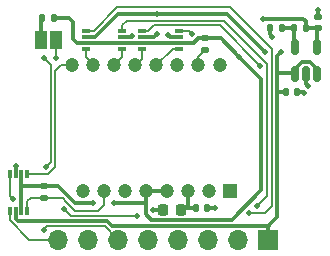
<source format=gbr>
%TF.GenerationSoftware,KiCad,Pcbnew,(7.0.0)*%
%TF.CreationDate,2023-03-21T21:12:12+00:00*%
%TF.ProjectId,Ogen,4f67656e-2e6b-4696-9361-645f70636258,rev?*%
%TF.SameCoordinates,Original*%
%TF.FileFunction,Copper,L2,Bot*%
%TF.FilePolarity,Positive*%
%FSLAX46Y46*%
G04 Gerber Fmt 4.6, Leading zero omitted, Abs format (unit mm)*
G04 Created by KiCad (PCBNEW (7.0.0)) date 2023-03-21 21:12:12*
%MOMM*%
%LPD*%
G01*
G04 APERTURE LIST*
G04 Aperture macros list*
%AMRoundRect*
0 Rectangle with rounded corners*
0 $1 Rounding radius*
0 $2 $3 $4 $5 $6 $7 $8 $9 X,Y pos of 4 corners*
0 Add a 4 corners polygon primitive as box body*
4,1,4,$2,$3,$4,$5,$6,$7,$8,$9,$2,$3,0*
0 Add four circle primitives for the rounded corners*
1,1,$1+$1,$2,$3*
1,1,$1+$1,$4,$5*
1,1,$1+$1,$6,$7*
1,1,$1+$1,$8,$9*
0 Add four rect primitives between the rounded corners*
20,1,$1+$1,$2,$3,$4,$5,0*
20,1,$1+$1,$4,$5,$6,$7,0*
20,1,$1+$1,$6,$7,$8,$9,0*
20,1,$1+$1,$8,$9,$2,$3,0*%
G04 Aperture macros list end*
%TA.AperFunction,SMDPad,CuDef*%
%ADD10RoundRect,0.135000X0.135000X0.185000X-0.135000X0.185000X-0.135000X-0.185000X0.135000X-0.185000X0*%
%TD*%
%TA.AperFunction,SMDPad,CuDef*%
%ADD11RoundRect,0.135000X0.185000X-0.135000X0.185000X0.135000X-0.185000X0.135000X-0.185000X-0.135000X0*%
%TD*%
%TA.AperFunction,SMDPad,CuDef*%
%ADD12RoundRect,0.140000X0.170000X-0.140000X0.170000X0.140000X-0.170000X0.140000X-0.170000X-0.140000X0*%
%TD*%
%TA.AperFunction,SMDPad,CuDef*%
%ADD13RoundRect,0.140000X-0.140000X-0.170000X0.140000X-0.170000X0.140000X0.170000X-0.140000X0.170000X0*%
%TD*%
%TA.AperFunction,SMDPad,CuDef*%
%ADD14RoundRect,0.140000X0.140000X0.170000X-0.140000X0.170000X-0.140000X-0.170000X0.140000X-0.170000X0*%
%TD*%
%TA.AperFunction,ComponentPad*%
%ADD15R,1.700000X1.700000*%
%TD*%
%TA.AperFunction,ComponentPad*%
%ADD16O,1.700000X1.700000*%
%TD*%
%TA.AperFunction,ComponentPad*%
%ADD17R,1.200000X1.200000*%
%TD*%
%TA.AperFunction,ComponentPad*%
%ADD18C,1.200000*%
%TD*%
%TA.AperFunction,SMDPad,CuDef*%
%ADD19R,0.800000X0.300000*%
%TD*%
%TA.AperFunction,SMDPad,CuDef*%
%ADD20RoundRect,0.225000X0.225000X0.250000X-0.225000X0.250000X-0.225000X-0.250000X0.225000X-0.250000X0*%
%TD*%
%TA.AperFunction,SMDPad,CuDef*%
%ADD21R,0.300000X0.800000*%
%TD*%
%TA.AperFunction,SMDPad,CuDef*%
%ADD22R,1.000000X1.500000*%
%TD*%
%TA.AperFunction,SMDPad,CuDef*%
%ADD23RoundRect,0.150000X0.150000X-0.512500X0.150000X0.512500X-0.150000X0.512500X-0.150000X-0.512500X0*%
%TD*%
%TA.AperFunction,ViaPad*%
%ADD24C,0.500000*%
%TD*%
%TA.AperFunction,Conductor*%
%ADD25C,0.300000*%
%TD*%
%TA.AperFunction,Conductor*%
%ADD26C,0.200000*%
%TD*%
G04 APERTURE END LIST*
D10*
%TO.P,R5,1*%
%TO.N,+2V*%
X38810000Y-15300000D03*
%TO.P,R5,2*%
%TO.N,Net-(U2-ADJ)*%
X37790000Y-15300000D03*
%TD*%
%TO.P,R4,2*%
%TO.N,GND*%
X35790000Y-15300000D03*
%TO.P,R4,1*%
%TO.N,Net-(U2-ADJ)*%
X36810000Y-15300000D03*
%TD*%
D11*
%TO.P,R3,1*%
%TO.N,Net-(U1-LED_P)*%
X30300000Y-17160000D03*
%TO.P,R3,2*%
%TO.N,+2V*%
X30300000Y-16140000D03*
%TD*%
D10*
%TO.P,R2,1*%
%TO.N,+2V*%
X17532000Y-14400000D03*
%TO.P,R2,2*%
%TO.N,Net-(JP1-A)*%
X16512000Y-14400000D03*
%TD*%
D11*
%TO.P,R1,1*%
%TO.N,NRESET*%
X16700000Y-29676000D03*
%TO.P,R1,2*%
%TO.N,+2V*%
X16700000Y-28656000D03*
%TD*%
D12*
%TO.P,C4,1*%
%TO.N,+2V*%
X39900000Y-15280000D03*
%TO.P,C4,2*%
%TO.N,GND*%
X39900000Y-14320000D03*
%TD*%
D13*
%TO.P,C3,1*%
%TO.N,VCC*%
X37120000Y-20684000D03*
%TO.P,C3,2*%
%TO.N,GND*%
X38080000Y-20684000D03*
%TD*%
D14*
%TO.P,C2,1*%
%TO.N,GND*%
X30480000Y-30500000D03*
%TO.P,C2,2*%
%TO.N,Net-(U1-VDDPIX)*%
X29520000Y-30500000D03*
%TD*%
D15*
%TO.P,J1,1,Pin_1*%
%TO.N,VCC*%
X35639999Y-33199999D03*
D16*
%TO.P,J1,2,Pin_2*%
%TO.N,MISO-H*%
X33099999Y-33199999D03*
%TO.P,J1,3,Pin_3*%
%TO.N,MOSI-H*%
X30559999Y-33199999D03*
%TO.P,J1,4,Pin_4*%
%TO.N,SCLK-H*%
X28019999Y-33199999D03*
%TO.P,J1,5,Pin_5*%
%TO.N,SS-H*%
X25479999Y-33199999D03*
%TO.P,J1,6,Pin_6*%
%TO.N,MOT-H*%
X22939999Y-33199999D03*
%TO.P,J1,7,Pin_7*%
%TO.N,GND*%
X20399999Y-33199999D03*
%TO.P,J1,8,Pin_8*%
%TO.N,NRESET-H*%
X17859999Y-33199999D03*
%TD*%
D17*
%TO.P,U1,1,NC*%
%TO.N,unconnected-(U1-NC-Pad1)*%
X32409999Y-29099999D03*
D18*
%TO.P,U1,2,NC*%
%TO.N,unconnected-(U1-NC-Pad2)*%
X30630000Y-29100000D03*
%TO.P,U1,3,VDDPIX*%
%TO.N,Net-(U1-VDDPIX)*%
X28850000Y-29100000D03*
%TO.P,U1,4,VDD*%
%TO.N,+2V*%
X27070000Y-29100000D03*
%TO.P,U1,5,VDDIO*%
X25290000Y-29100000D03*
%TO.P,U1,6,NC*%
%TO.N,unconnected-(U1-NC-Pad6)*%
X23510000Y-29100000D03*
%TO.P,U1,7,NRESET*%
%TO.N,NRESET*%
X21730000Y-29100000D03*
%TO.P,U1,8,GND*%
%TO.N,GND*%
X19950000Y-29100000D03*
%TO.P,U1,9,MOTION*%
%TO.N,MOT*%
X19060000Y-18400000D03*
%TO.P,U1,10,SCLK*%
%TO.N,SCLK*%
X20840000Y-18400000D03*
%TO.P,U1,11,MOSI*%
%TO.N,MOSI*%
X22620000Y-18400000D03*
%TO.P,U1,12,MISO*%
%TO.N,MISO*%
X24400000Y-18400000D03*
%TO.P,U1,13,NCS*%
%TO.N,SS*%
X26180000Y-18400000D03*
%TO.P,U1,14,NC*%
%TO.N,unconnected-(U1-NC-Pad14)*%
X27960000Y-18400000D03*
%TO.P,U1,15,LED_P*%
%TO.N,Net-(U1-LED_P)*%
X29740000Y-18400000D03*
%TO.P,U1,16,NC*%
%TO.N,unconnected-(U1-NC-Pad16)*%
X31520000Y-18400000D03*
%TD*%
D19*
%TO.P,U4,8,B1*%
%TO.N,SCLK-H*%
X20199999Y-15499999D03*
%TO.P,U4,7,VCCB*%
%TO.N,VCC*%
X20199999Y-15999999D03*
%TO.P,U4,6,OE*%
%TO.N,+2V*%
X20199999Y-16499999D03*
%TO.P,U4,5,A1*%
%TO.N,SCLK*%
X20199999Y-16999999D03*
%TO.P,U4,4,A2*%
%TO.N,MOSI*%
X23299999Y-16999999D03*
%TO.P,U4,3,VCCA*%
%TO.N,+2V*%
X23299999Y-16499999D03*
%TO.P,U4,2,GND*%
%TO.N,GND*%
X23299999Y-15999999D03*
%TO.P,U4,1,B2*%
%TO.N,MOSI-H*%
X23299999Y-15499999D03*
%TD*%
D20*
%TO.P,C1,2*%
%TO.N,GND*%
X26697000Y-30666000D03*
%TO.P,C1,1*%
%TO.N,Net-(U1-VDDPIX)*%
X28247000Y-30666000D03*
%TD*%
D21*
%TO.P,U3,8,B1*%
%TO.N,NRESET-H*%
X13749999Y-30715999D03*
%TO.P,U3,7,VCCB*%
%TO.N,VCC*%
X14249999Y-30715999D03*
%TO.P,U3,6,OE*%
%TO.N,+2V*%
X14749999Y-30715999D03*
%TO.P,U3,5,A1*%
%TO.N,NRESET*%
X15249999Y-30715999D03*
%TO.P,U3,4,A2*%
%TO.N,MOT*%
X15249999Y-27615999D03*
%TO.P,U3,3,VCCA*%
%TO.N,+2V*%
X14749999Y-27615999D03*
%TO.P,U3,2,GND*%
%TO.N,GND*%
X14249999Y-27615999D03*
%TO.P,U3,1,B2*%
%TO.N,MOT-H*%
X13749999Y-27615999D03*
%TD*%
D22*
%TO.P,JP1,1,A*%
%TO.N,Net-(JP1-A)*%
X16371999Y-16265999D03*
%TO.P,JP1,2,B*%
%TO.N,MISO*%
X17671999Y-16265999D03*
%TD*%
D23*
%TO.P,U2,1,VIN*%
%TO.N,VCC*%
X39772000Y-19137500D03*
%TO.P,U2,2,GND*%
%TO.N,GND*%
X38822000Y-19137500D03*
%TO.P,U2,3,EN*%
%TO.N,VCC*%
X37872000Y-19137500D03*
%TO.P,U2,4,ADJ*%
%TO.N,Net-(U2-ADJ)*%
X37872000Y-16862500D03*
%TO.P,U2,5,VOUT*%
%TO.N,+2V*%
X39772000Y-16862500D03*
%TD*%
D19*
%TO.P,U5,8,B1*%
%TO.N,MISO-H*%
X24949999Y-15499999D03*
%TO.P,U5,7,VCCB*%
%TO.N,VCC*%
X24949999Y-15999999D03*
%TO.P,U5,6,OE*%
%TO.N,+2V*%
X24949999Y-16499999D03*
%TO.P,U5,5,A1*%
%TO.N,MISO*%
X24949999Y-16999999D03*
%TO.P,U5,4,A2*%
%TO.N,SS*%
X28049999Y-16999999D03*
%TO.P,U5,3,VCCA*%
%TO.N,+2V*%
X28049999Y-16499999D03*
%TO.P,U5,2,GND*%
%TO.N,GND*%
X28049999Y-15999999D03*
%TO.P,U5,1,B2*%
%TO.N,SS-H*%
X28049999Y-15499999D03*
%TD*%
D24*
%TO.N,GND*%
X36000000Y-16000000D03*
%TO.N,SS-H*%
X29200000Y-15800000D03*
%TO.N,GND*%
X31100000Y-30500000D03*
%TO.N,VCC*%
X26200000Y-15800000D03*
X26200000Y-14100000D03*
%TO.N,GND*%
X24100000Y-15900500D03*
%TO.N,+2V*%
X35200000Y-14500000D03*
%TO.N,VCC*%
X36700000Y-17300000D03*
X35372250Y-17300000D03*
%TO.N,+2V*%
X33200000Y-17700000D03*
%TO.N,GND*%
X39900000Y-13700000D03*
X38700000Y-20800000D03*
X39000000Y-20200000D03*
X25922000Y-30666000D03*
X27172000Y-15816000D03*
X14250000Y-26932000D03*
%TO.N,MOT-H*%
X14022000Y-29766000D03*
X16622000Y-32366000D03*
%TO.N,SS-H*%
X16632875Y-17804875D03*
X24521989Y-31150489D03*
X18352496Y-30560004D03*
X16822000Y-27016000D03*
%TO.N,SCLK-H*%
X34022000Y-30896953D03*
%TO.N,MOSI-H*%
X34671750Y-30316000D03*
%TO.N,MISO-H*%
X34972250Y-18500000D03*
%TO.N,MISO*%
X17672000Y-17816000D03*
%TO.N,+2V*%
X22622000Y-30066000D03*
X20822000Y-30066000D03*
%TD*%
D25*
%TO.N,GND*%
X35790000Y-15790000D02*
X36000000Y-16000000D01*
X35790000Y-15300000D02*
X35790000Y-15790000D01*
%TO.N,Net-(U2-ADJ)*%
X37790000Y-15300000D02*
X36810000Y-15300000D01*
X37790000Y-16780500D02*
X37872000Y-16862500D01*
X37790000Y-15300000D02*
X37790000Y-16780500D01*
%TO.N,+2V*%
X38600000Y-14500000D02*
X38810000Y-14710000D01*
X38810000Y-14710000D02*
X38810000Y-15300000D01*
X35200000Y-14500000D02*
X38600000Y-14500000D01*
D26*
%TO.N,SS-H*%
X28900000Y-15500000D02*
X29200000Y-15800000D01*
X28050000Y-15500000D02*
X28900000Y-15500000D01*
D25*
%TO.N,VCC*%
X26200000Y-15800000D02*
X26000000Y-16000000D01*
X26000000Y-16000000D02*
X24950000Y-16000000D01*
%TO.N,GND*%
X27356000Y-16000000D02*
X28050000Y-16000000D01*
X27172000Y-15816000D02*
X27356000Y-16000000D01*
D26*
%TO.N,MISO-H*%
X31522250Y-15050000D02*
X34972250Y-18500000D01*
X25950000Y-15050000D02*
X31522250Y-15050000D01*
X25500000Y-15500000D02*
X25950000Y-15050000D01*
X24950000Y-15500000D02*
X25500000Y-15500000D01*
%TO.N,MOSI-H*%
X23300000Y-15000000D02*
X23300000Y-15500000D01*
X35521750Y-29466000D02*
X35521750Y-18271682D01*
X35521750Y-18271682D02*
X31900068Y-14650000D01*
X31900068Y-14650000D02*
X23650000Y-14650000D01*
X34671750Y-30316000D02*
X35521750Y-29466000D01*
X23650000Y-14650000D02*
X23300000Y-15000000D01*
D25*
%TO.N,VCC*%
X20993198Y-16000000D02*
X20200000Y-16000000D01*
X20993198Y-16000000D02*
X22893198Y-14100000D01*
X22893198Y-14100000D02*
X26200000Y-14100000D01*
D26*
%TO.N,SCLK-H*%
X35921750Y-30316250D02*
X35341047Y-30896953D01*
X32400000Y-13500000D02*
X35921750Y-17021750D01*
X22856802Y-13500000D02*
X32400000Y-13500000D01*
X20856802Y-15500000D02*
X22856802Y-13500000D01*
X35341047Y-30896953D02*
X34022000Y-30896953D01*
X20200000Y-15500000D02*
X20856802Y-15500000D01*
X35921750Y-17021750D02*
X35921750Y-30316250D01*
D25*
%TO.N,GND*%
X30480000Y-30500000D02*
X31100000Y-30500000D01*
%TO.N,Net-(U1-VDDPIX)*%
X28850000Y-30450000D02*
X28800000Y-30500000D01*
X28850000Y-29100000D02*
X28850000Y-30450000D01*
X28800000Y-30500000D02*
X28413000Y-30500000D01*
X29520000Y-30500000D02*
X28800000Y-30500000D01*
X28413000Y-30500000D02*
X28247000Y-30666000D01*
%TO.N,VCC*%
X26200000Y-14100000D02*
X32172250Y-14100000D01*
X32172250Y-14100000D02*
X35372250Y-17300000D01*
%TO.N,+2V*%
X31640000Y-16140000D02*
X33200000Y-17700000D01*
X30300000Y-16140000D02*
X31640000Y-16140000D01*
%TO.N,VCC*%
X36371750Y-17628250D02*
X36371750Y-19100000D01*
X36700000Y-17300000D02*
X36371750Y-17628250D01*
%TO.N,GND*%
X24000500Y-16000000D02*
X24100000Y-15900500D01*
X23300000Y-16000000D02*
X24000500Y-16000000D01*
%TO.N,+2V*%
X35071750Y-19571750D02*
X33200000Y-17700000D01*
%TO.N,VCC*%
X37872000Y-19137500D02*
X37834500Y-19100000D01*
X37834500Y-19100000D02*
X36371750Y-19100000D01*
X36371750Y-20700000D02*
X36371750Y-19100000D01*
D26*
%TO.N,NRESET*%
X15250000Y-29950000D02*
X15250000Y-30716000D01*
X16672000Y-29676000D02*
X15524000Y-29676000D01*
X15524000Y-29676000D02*
X15250000Y-29950000D01*
X18245604Y-29676000D02*
X18560604Y-29991000D01*
X16672000Y-29676000D02*
X18245604Y-29676000D01*
D25*
%TO.N,+2V*%
X18805750Y-14400000D02*
X19122000Y-14716250D01*
X17532000Y-14400000D02*
X18805750Y-14400000D01*
%TO.N,Net-(JP1-A)*%
X16372000Y-14540000D02*
X16512000Y-14400000D01*
X16372000Y-16266000D02*
X16372000Y-14540000D01*
%TO.N,+2V*%
X32570424Y-31500000D02*
X35071750Y-28998674D01*
X35071750Y-28998674D02*
X35071750Y-19571750D01*
X25756000Y-31500000D02*
X32570424Y-31500000D01*
X25290000Y-30066000D02*
X25290000Y-31034000D01*
X25290000Y-31034000D02*
X25756000Y-31500000D01*
%TO.N,GND*%
X39900000Y-14320000D02*
X39900000Y-13700000D01*
X38584000Y-20684000D02*
X38700000Y-20800000D01*
X38080000Y-20684000D02*
X38584000Y-20684000D01*
X38822000Y-20022000D02*
X39000000Y-20200000D01*
X38822000Y-19137500D02*
X38822000Y-20022000D01*
%TO.N,VCC*%
X36387750Y-20684000D02*
X36371750Y-20700000D01*
X36371750Y-20700000D02*
X36371750Y-31300250D01*
X37120000Y-20684000D02*
X36387750Y-20684000D01*
X39772000Y-18717893D02*
X39772000Y-19137500D01*
X39179107Y-18125000D02*
X39772000Y-18717893D01*
X38464893Y-18125000D02*
X39179107Y-18125000D01*
X37872000Y-18717893D02*
X38464893Y-18125000D01*
X37872000Y-19137500D02*
X37872000Y-18717893D01*
X36371750Y-31300250D02*
X35640000Y-32032000D01*
%TO.N,+2V*%
X38830000Y-15280000D02*
X38810000Y-15300000D01*
X39900000Y-15280000D02*
X38830000Y-15280000D01*
X39772000Y-15308000D02*
X39800000Y-15280000D01*
X39772000Y-16862500D02*
X39772000Y-15308000D01*
X29710000Y-16140000D02*
X30300000Y-16140000D01*
X29350000Y-16500000D02*
X29710000Y-16140000D01*
X28050000Y-16500000D02*
X29350000Y-16500000D01*
D26*
%TO.N,Net-(U1-LED_P)*%
X29740000Y-18400000D02*
X29740000Y-17720000D01*
X29740000Y-17720000D02*
X30300000Y-17160000D01*
D25*
%TO.N,+2V*%
X17862000Y-28656000D02*
X19272000Y-30066000D01*
X16672000Y-28656000D02*
X17862000Y-28656000D01*
X14756000Y-28656000D02*
X14750000Y-28650000D01*
X16672000Y-28656000D02*
X14756000Y-28656000D01*
X14750000Y-28650000D02*
X14750000Y-30716000D01*
X14750000Y-27616000D02*
X14750000Y-28650000D01*
%TO.N,GND*%
X26697000Y-30666000D02*
X25922000Y-30666000D01*
X14250000Y-27616000D02*
X14250000Y-26932000D01*
%TO.N,VCC*%
X14250000Y-31416000D02*
X14434489Y-31600489D01*
X22376396Y-32000000D02*
X35672000Y-32000000D01*
X14250000Y-30716000D02*
X14250000Y-31416000D01*
X14434489Y-31600489D02*
X21976885Y-31600489D01*
X35640000Y-32032000D02*
X35672000Y-32000000D01*
X21976885Y-31600489D02*
X22376396Y-32000000D01*
X35640000Y-33200000D02*
X35640000Y-32032000D01*
D26*
%TO.N,NRESET*%
X19320093Y-30750489D02*
X21237511Y-30750489D01*
X18560604Y-29991000D02*
X19320093Y-30750489D01*
X21237511Y-30750489D02*
X21730000Y-30258000D01*
X21730000Y-30258000D02*
X21730000Y-29100000D01*
%TO.N,MOT-H*%
X13750000Y-29494000D02*
X14022000Y-29766000D01*
X16937511Y-32050489D02*
X21790489Y-32050489D01*
X13750000Y-27616000D02*
X13750000Y-29494000D01*
X16622000Y-32366000D02*
X16937511Y-32050489D01*
X21790489Y-32050489D02*
X22940000Y-33200000D01*
%TO.N,SS-H*%
X17221750Y-18393750D02*
X17221750Y-26616250D01*
X16632875Y-17804875D02*
X17221750Y-18393750D01*
X18352496Y-30560004D02*
X18942981Y-31150489D01*
X17221750Y-26616250D02*
X16822000Y-27016000D01*
X18942981Y-31150489D02*
X24521989Y-31150489D01*
%TO.N,MISO*%
X24950000Y-17850000D02*
X24400000Y-18400000D01*
X17672000Y-17816000D02*
X17672000Y-16250000D01*
X24950000Y-17000000D02*
X24950000Y-17850000D01*
%TO.N,MOT*%
X17621750Y-26994068D02*
X17621750Y-18916000D01*
X16999818Y-27616000D02*
X17621750Y-26994068D01*
X17621750Y-18916000D02*
X18137750Y-18400000D01*
X15250000Y-27616000D02*
X16999818Y-27616000D01*
X18137750Y-18400000D02*
X19060000Y-18400000D01*
%TO.N,SCLK*%
X20200000Y-17760000D02*
X20840000Y-18400000D01*
X20200000Y-17000000D02*
X20200000Y-17760000D01*
%TO.N,MOSI*%
X23300000Y-17000000D02*
X23300000Y-17720000D01*
X23300000Y-17720000D02*
X22620000Y-18400000D01*
%TO.N,SS*%
X28050000Y-17000000D02*
X27580000Y-17000000D01*
X27580000Y-17000000D02*
X26180000Y-18400000D01*
D25*
%TO.N,+2V*%
X24950000Y-16500000D02*
X28050000Y-16500000D01*
X23300000Y-16500000D02*
X20200000Y-16500000D01*
X20822000Y-30066000D02*
X19272000Y-30066000D01*
X19122000Y-16172000D02*
X19122000Y-14716250D01*
X23300000Y-16500000D02*
X24950000Y-16500000D01*
X25290000Y-29100000D02*
X27070000Y-29100000D01*
X25290000Y-29100000D02*
X25290000Y-30066000D01*
X20200000Y-16500000D02*
X19450000Y-16500000D01*
X22622000Y-30066000D02*
X25290000Y-30066000D01*
X19450000Y-16500000D02*
X19122000Y-16172000D01*
D26*
%TO.N,NRESET-H*%
X15397604Y-33200000D02*
X13750000Y-31552396D01*
X13750000Y-31552396D02*
X13750000Y-30716000D01*
X17860000Y-33200000D02*
X15397604Y-33200000D01*
%TD*%
M02*

</source>
